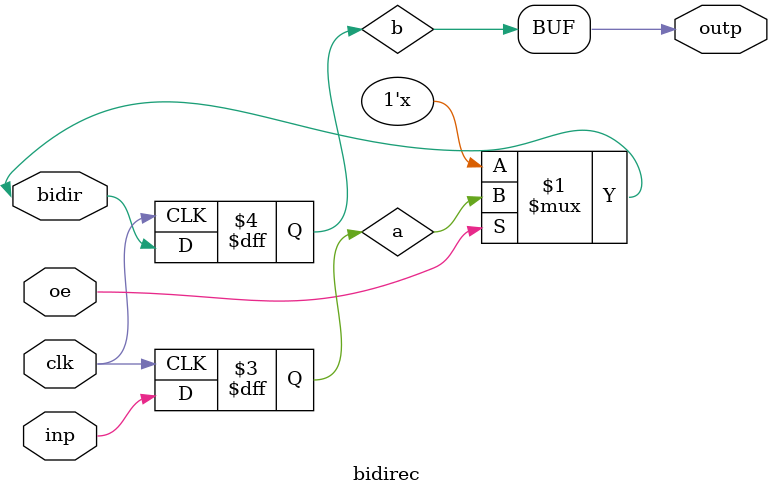
<source format=v>
module bidirec (oe, clk, inp, outp, bidir);

// Port Declaration

input   oe;
input   clk;
input   inp;
output  outp;
inout   bidir;

reg     a;
reg     b;

assign bidir = oe ? a : 1'bZ ;
assign outp  = b;

// Always Construct

always @ (posedge clk)
begin
    b <= bidir;
    a <= inp;
end

endmodule
</source>
